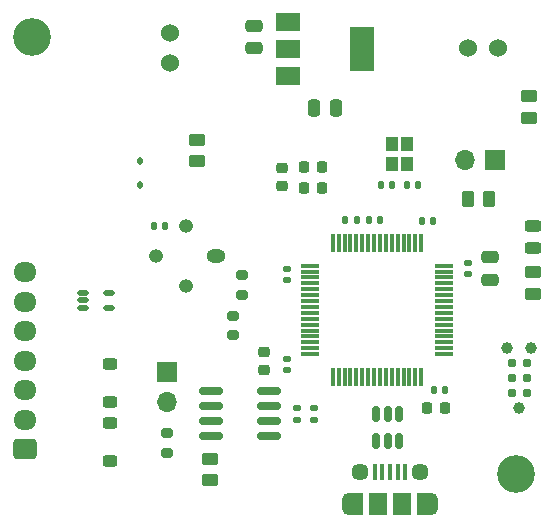
<source format=gbr>
G04 #@! TF.GenerationSoftware,KiCad,Pcbnew,7.0.8*
G04 #@! TF.CreationDate,2024-01-22T10:42:46-07:00*
G04 #@! TF.ProjectId,sdm24wheel,73646d32-3477-4686-9565-6c2e6b696361,v1.1*
G04 #@! TF.SameCoordinates,Original*
G04 #@! TF.FileFunction,Soldermask,Top*
G04 #@! TF.FilePolarity,Negative*
%FSLAX46Y46*%
G04 Gerber Fmt 4.6, Leading zero omitted, Abs format (unit mm)*
G04 Created by KiCad (PCBNEW 7.0.8) date 2024-01-22 10:42:46*
%MOMM*%
%LPD*%
G01*
G04 APERTURE LIST*
G04 Aperture macros list*
%AMRoundRect*
0 Rectangle with rounded corners*
0 $1 Rounding radius*
0 $2 $3 $4 $5 $6 $7 $8 $9 X,Y pos of 4 corners*
0 Add a 4 corners polygon primitive as box body*
4,1,4,$2,$3,$4,$5,$6,$7,$8,$9,$2,$3,0*
0 Add four circle primitives for the rounded corners*
1,1,$1+$1,$2,$3*
1,1,$1+$1,$4,$5*
1,1,$1+$1,$6,$7*
1,1,$1+$1,$8,$9*
0 Add four rect primitives between the rounded corners*
20,1,$1+$1,$2,$3,$4,$5,0*
20,1,$1+$1,$4,$5,$6,$7,0*
20,1,$1+$1,$6,$7,$8,$9,0*
20,1,$1+$1,$8,$9,$2,$3,0*%
G04 Aperture macros list end*
%ADD10RoundRect,0.140000X-0.140000X-0.170000X0.140000X-0.170000X0.140000X0.170000X-0.140000X0.170000X0*%
%ADD11C,0.990600*%
%ADD12C,0.787400*%
%ADD13RoundRect,0.150000X0.150000X-0.512500X0.150000X0.512500X-0.150000X0.512500X-0.150000X-0.512500X0*%
%ADD14RoundRect,0.140000X-0.170000X0.140000X-0.170000X-0.140000X0.170000X-0.140000X0.170000X0.140000X0*%
%ADD15RoundRect,0.112500X0.112500X-0.187500X0.112500X0.187500X-0.112500X0.187500X-0.112500X-0.187500X0*%
%ADD16RoundRect,0.225000X-0.250000X0.225000X-0.250000X-0.225000X0.250000X-0.225000X0.250000X0.225000X0*%
%ADD17RoundRect,0.075000X-0.075000X0.700000X-0.075000X-0.700000X0.075000X-0.700000X0.075000X0.700000X0*%
%ADD18RoundRect,0.075000X-0.700000X0.075000X-0.700000X-0.075000X0.700000X-0.075000X0.700000X0.075000X0*%
%ADD19RoundRect,0.225000X-0.225000X-0.250000X0.225000X-0.250000X0.225000X0.250000X-0.225000X0.250000X0*%
%ADD20C,1.524000*%
%ADD21R,2.000000X1.500000*%
%ADD22R,2.000000X3.800000*%
%ADD23RoundRect,0.250000X-0.250000X-0.475000X0.250000X-0.475000X0.250000X0.475000X-0.250000X0.475000X0*%
%ADD24RoundRect,0.140000X0.140000X0.170000X-0.140000X0.170000X-0.140000X-0.170000X0.140000X-0.170000X0*%
%ADD25RoundRect,0.200000X-0.275000X0.200000X-0.275000X-0.200000X0.275000X-0.200000X0.275000X0.200000X0*%
%ADD26RoundRect,0.250000X-0.475000X0.250000X-0.475000X-0.250000X0.475000X-0.250000X0.475000X0.250000X0*%
%ADD27RoundRect,0.218750X0.256250X-0.218750X0.256250X0.218750X-0.256250X0.218750X-0.256250X-0.218750X0*%
%ADD28RoundRect,0.250000X-0.450000X0.262500X-0.450000X-0.262500X0.450000X-0.262500X0.450000X0.262500X0*%
%ADD29RoundRect,0.243750X0.456250X-0.243750X0.456250X0.243750X-0.456250X0.243750X-0.456250X-0.243750X0*%
%ADD30C,3.200000*%
%ADD31RoundRect,0.245000X-0.380000X0.245000X-0.380000X-0.245000X0.380000X-0.245000X0.380000X0.245000X0*%
%ADD32R,0.400000X1.350000*%
%ADD33O,1.200000X1.900000*%
%ADD34R,1.200000X1.900000*%
%ADD35C,1.450000*%
%ADD36R,1.500000X1.900000*%
%ADD37RoundRect,0.200000X0.275000X-0.200000X0.275000X0.200000X-0.275000X0.200000X-0.275000X-0.200000X0*%
%ADD38RoundRect,0.245000X0.380000X-0.245000X0.380000X0.245000X-0.380000X0.245000X-0.380000X-0.245000X0*%
%ADD39RoundRect,0.112500X-0.362500X-0.112500X0.362500X-0.112500X0.362500X0.112500X-0.362500X0.112500X0*%
%ADD40R,1.700000X1.700000*%
%ADD41O,1.700000X1.700000*%
%ADD42RoundRect,0.250000X-0.262500X-0.450000X0.262500X-0.450000X0.262500X0.450000X-0.262500X0.450000X0*%
%ADD43RoundRect,0.150000X0.825000X0.150000X-0.825000X0.150000X-0.825000X-0.150000X0.825000X-0.150000X0*%
%ADD44RoundRect,0.250000X0.450000X-0.262500X0.450000X0.262500X-0.450000X0.262500X-0.450000X-0.262500X0*%
%ADD45RoundRect,0.250000X0.725000X-0.600000X0.725000X0.600000X-0.725000X0.600000X-0.725000X-0.600000X0*%
%ADD46O,1.950000X1.700000*%
%ADD47R,1.000000X1.200000*%
%ADD48RoundRect,0.140000X0.170000X-0.140000X0.170000X0.140000X-0.170000X0.140000X-0.170000X-0.140000X0*%
%ADD49O,1.600000X1.200000*%
%ADD50O,1.200000X1.200000*%
G04 APERTURE END LIST*
D10*
X188020000Y-90600000D03*
X188980000Y-90600000D03*
D11*
X196235000Y-106410000D03*
X195219000Y-101330000D03*
X197251000Y-101330000D03*
D12*
X196870000Y-105140000D03*
X195600000Y-105140000D03*
X196870000Y-103870000D03*
X195600000Y-103870000D03*
X196870000Y-102600000D03*
X195600000Y-102600000D03*
D13*
X184150000Y-109200000D03*
X185100000Y-109200000D03*
X186050000Y-109200000D03*
X186050000Y-106925000D03*
X185100000Y-106925000D03*
X184150000Y-106925000D03*
D14*
X176600000Y-102220000D03*
X176600000Y-103180000D03*
D15*
X164125000Y-87550000D03*
X164125000Y-85450000D03*
D14*
X178900000Y-106420000D03*
X178900000Y-107380000D03*
D16*
X174600000Y-101625000D03*
X174600000Y-103175000D03*
D17*
X187950000Y-92425000D03*
X187450000Y-92425000D03*
X186950000Y-92425000D03*
X186450000Y-92425000D03*
X185950000Y-92425000D03*
X185450000Y-92425000D03*
X184950000Y-92425000D03*
X184450000Y-92425000D03*
X183950000Y-92425000D03*
X183450000Y-92425000D03*
X182950000Y-92425000D03*
X182450000Y-92425000D03*
X181950000Y-92425000D03*
X181450000Y-92425000D03*
X180950000Y-92425000D03*
X180450000Y-92425000D03*
D18*
X178525000Y-94350000D03*
X178525000Y-94850000D03*
X178525000Y-95350000D03*
X178525000Y-95850000D03*
X178525000Y-96350000D03*
X178525000Y-96850000D03*
X178525000Y-97350000D03*
X178525000Y-97850000D03*
X178525000Y-98350000D03*
X178525000Y-98850000D03*
X178525000Y-99350000D03*
X178525000Y-99850000D03*
X178525000Y-100350000D03*
X178525000Y-100850000D03*
X178525000Y-101350000D03*
X178525000Y-101850000D03*
D17*
X180450000Y-103775000D03*
X180950000Y-103775000D03*
X181450000Y-103775000D03*
X181950000Y-103775000D03*
X182450000Y-103775000D03*
X182950000Y-103775000D03*
X183450000Y-103775000D03*
X183950000Y-103775000D03*
X184450000Y-103775000D03*
X184950000Y-103775000D03*
X185450000Y-103775000D03*
X185950000Y-103775000D03*
X186450000Y-103775000D03*
X186950000Y-103775000D03*
X187450000Y-103775000D03*
X187950000Y-103775000D03*
D18*
X189875000Y-101850000D03*
X189875000Y-101350000D03*
X189875000Y-100850000D03*
X189875000Y-100350000D03*
X189875000Y-99850000D03*
X189875000Y-99350000D03*
X189875000Y-98850000D03*
X189875000Y-98350000D03*
X189875000Y-97850000D03*
X189875000Y-97350000D03*
X189875000Y-96850000D03*
X189875000Y-96350000D03*
X189875000Y-95850000D03*
X189875000Y-95350000D03*
X189875000Y-94850000D03*
X189875000Y-94350000D03*
D19*
X188425000Y-106400000D03*
X189975000Y-106400000D03*
D20*
X194440000Y-75900000D03*
X191900000Y-75900000D03*
D21*
X176650000Y-73700000D03*
X176650000Y-76000000D03*
D22*
X182950000Y-76000000D03*
D21*
X176650000Y-78300000D03*
D23*
X178850000Y-81000000D03*
X180750000Y-81000000D03*
D14*
X191900000Y-94100000D03*
X191900000Y-95060000D03*
D24*
X184480000Y-90500000D03*
X183520000Y-90500000D03*
D19*
X178025000Y-87800000D03*
X179575000Y-87800000D03*
D14*
X177400000Y-106420000D03*
X177400000Y-107380000D03*
D25*
X172800000Y-95175000D03*
X172800000Y-96825000D03*
D26*
X173800000Y-74050000D03*
X173800000Y-75950000D03*
D27*
X176166000Y-87637500D03*
X176166000Y-86062500D03*
D28*
X197400000Y-94887500D03*
X197400000Y-96712500D03*
D20*
X166700000Y-77170000D03*
X166700000Y-74630000D03*
D29*
X197400000Y-92837500D03*
X197400000Y-90962500D03*
D30*
X196000000Y-112000000D03*
D31*
X161625000Y-102640000D03*
X161625000Y-105860000D03*
D32*
X184000000Y-111850000D03*
X184650000Y-111850000D03*
X185300000Y-111850000D03*
X185950000Y-111850000D03*
X186600000Y-111850000D03*
D33*
X181800000Y-114550000D03*
D34*
X182400000Y-114550000D03*
D35*
X182800000Y-111850000D03*
D36*
X184300000Y-114550000D03*
X186300000Y-114550000D03*
D35*
X187800000Y-111850000D03*
D34*
X188200000Y-114550000D03*
D33*
X188800000Y-114550000D03*
D37*
X172000000Y-100225000D03*
X172000000Y-98575000D03*
D26*
X193800000Y-93650000D03*
X193800000Y-95550000D03*
D38*
X161625000Y-110860000D03*
X161625000Y-107640000D03*
D28*
X197100000Y-79987500D03*
X197100000Y-81812500D03*
D39*
X159300000Y-96650000D03*
X159300000Y-97300000D03*
X159300000Y-97950000D03*
X161500000Y-97950000D03*
X161500000Y-96650000D03*
D40*
X194175000Y-85400000D03*
D41*
X191635000Y-85400000D03*
D28*
X170100000Y-110687500D03*
X170100000Y-112512500D03*
D10*
X189020000Y-104900000D03*
X189980000Y-104900000D03*
X186720000Y-87500000D03*
X187680000Y-87500000D03*
X181520000Y-90500000D03*
X182480000Y-90500000D03*
D42*
X191887500Y-88700000D03*
X193712500Y-88700000D03*
D30*
X155000000Y-75000000D03*
D37*
X166400000Y-110185000D03*
X166400000Y-108535000D03*
D43*
X175075000Y-108805000D03*
X175075000Y-107535000D03*
X175075000Y-106265000D03*
X175075000Y-104995000D03*
X170125000Y-104995000D03*
X170125000Y-106265000D03*
X170125000Y-107535000D03*
X170125000Y-108805000D03*
D44*
X168920000Y-85512500D03*
X168920000Y-83687500D03*
D45*
X154400000Y-109900000D03*
D46*
X154400000Y-107400000D03*
X154400000Y-104900000D03*
X154400000Y-102400000D03*
X154400000Y-99900000D03*
X154400000Y-97400000D03*
X154400000Y-94900000D03*
D47*
X186750000Y-85750000D03*
X186750000Y-84050000D03*
X185450000Y-84050000D03*
X185450000Y-85750000D03*
D10*
X184520000Y-87500000D03*
X185480000Y-87500000D03*
D48*
X176600000Y-95580000D03*
X176600000Y-94620000D03*
D19*
X178025000Y-86000000D03*
X179575000Y-86000000D03*
D40*
X166400000Y-103360000D03*
D41*
X166400000Y-105900000D03*
D10*
X165320000Y-91000000D03*
X166280000Y-91000000D03*
D49*
X170540000Y-93500000D03*
D50*
X168000000Y-96040000D03*
X165460000Y-93500000D03*
X168000000Y-90960000D03*
M02*

</source>
